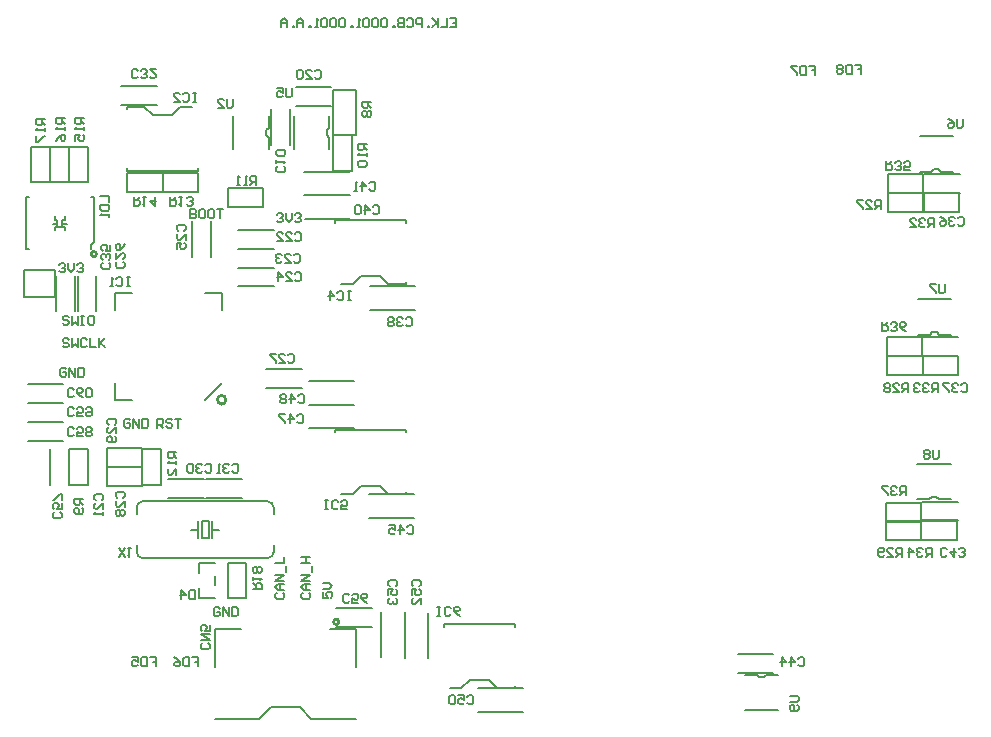
<source format=gbo>
G04*
G04 #@! TF.GenerationSoftware,Altium Limited,Altium Designer,23.3.1 (30)*
G04*
G04 Layer_Color=32896*
%FSLAX44Y44*%
%MOMM*%
G71*
G04*
G04 #@! TF.SameCoordinates,D690764C-15D9-45C2-B971-25477444B052*
G04*
G04*
G04 #@! TF.FilePolarity,Positive*
G04*
G01*
G75*
%ADD10C,0.2540*%
%ADD11C,0.1270*%
%ADD12C,0.1524*%
D10*
X720971Y1563369D02*
G03*
X720971Y1563369I-2236J0D01*
G01*
X830606Y1440000D02*
G03*
X830606Y1440000I-3606J0D01*
G01*
X926236Y1252000D02*
G03*
X926236Y1252000I-2236J0D01*
G01*
D11*
X760000Y1354000D02*
G03*
X755000Y1349000I0J-5000D01*
G01*
X871000D02*
G03*
X866000Y1354000I-5000J0D01*
G01*
Y1306000D02*
G03*
X871000Y1311000I0J5000D01*
G01*
X755000D02*
G03*
X760000Y1306000I5000J0D01*
G01*
X971500Y1536000D02*
X990500D01*
X952500D02*
X971500D01*
X952500Y1516000D02*
X971500D01*
X990500D01*
X1417963Y1663030D02*
X1427963D01*
X1429963D01*
X1435963D02*
X1445963D01*
X1429963D02*
X1435963D01*
Y1633030D02*
X1445963D01*
X1433963Y1635030D02*
X1435963Y1633030D01*
X1431963Y1635030D02*
X1433963D01*
X1417963Y1633030D02*
X1427963D01*
X1429963Y1635030D01*
X1431963D01*
X1422000Y1631000D02*
X1452000D01*
X1422000Y1615000D02*
X1452000D01*
X1420410Y1492970D02*
X1450410D01*
X1420410Y1476970D02*
X1450410D01*
X1416373Y1525000D02*
X1426373D01*
X1428373D01*
X1434373D02*
X1444373D01*
X1428373D02*
X1434373D01*
Y1495000D02*
X1444373D01*
X1432373Y1497000D02*
X1434373Y1495000D01*
X1430373Y1497000D02*
X1432373D01*
X1416373Y1495000D02*
X1426373D01*
X1428373Y1497000D01*
X1430373D01*
X1416165Y1385841D02*
X1426165D01*
X1428165D01*
X1434165D02*
X1444165D01*
X1428165D02*
X1434165D01*
Y1355841D02*
X1444165D01*
X1432165Y1357841D02*
X1434165Y1355841D01*
X1430165Y1357841D02*
X1432165D01*
X1416165Y1355841D02*
X1426165D01*
X1428165Y1357841D01*
X1430165D01*
X1420201Y1353811D02*
X1450201D01*
X1420201Y1337811D02*
X1450201D01*
X1264249Y1209030D02*
X1294249D01*
X1264249Y1225030D02*
X1294249D01*
X1288286Y1177000D02*
X1298286D01*
X1286286D02*
X1288286D01*
X1270285D02*
X1280285D01*
X1286286D01*
X1270285Y1207000D02*
X1280285D01*
X1282285Y1205000D01*
X1284285D01*
X1288286Y1207000D02*
X1298286D01*
X1286286Y1205000D02*
X1288286Y1207000D01*
X1284285Y1205000D02*
X1286286D01*
X814000Y1373000D02*
X844000D01*
X814000Y1357000D02*
X844000D01*
X730000Y1383000D02*
X760000D01*
X730000Y1367000D02*
X760000D01*
X684000Y1589000D02*
X688000D01*
X716000Y1612000D02*
X719000D01*
Y1590000D02*
Y1612000D01*
Y1574000D02*
Y1590000D01*
X716000Y1571000D02*
X719000Y1574000D01*
X716000Y1568000D02*
Y1571000D01*
X661000Y1568000D02*
X664000D01*
X661000D02*
Y1590000D01*
Y1612000D02*
X664000D01*
X661000Y1590000D02*
Y1612000D01*
X694000Y1584000D02*
Y1586000D01*
X690000D02*
X694000D01*
X686000Y1584000D02*
Y1586000D01*
X690000D01*
X692000D02*
Y1592000D01*
X694032D01*
Y1596000D01*
X688000Y1586000D02*
Y1592000D01*
X685963D02*
X688000D01*
X685963D02*
Y1596000D01*
X692000Y1589000D02*
X696000D01*
X666000Y1654000D02*
X674000D01*
X666000Y1639000D02*
Y1654000D01*
Y1624000D02*
X674000D01*
X666000D02*
Y1639000D01*
X674000Y1624000D02*
X682000D01*
Y1639000D01*
X674000Y1654000D02*
X682000D01*
Y1639000D02*
Y1654000D01*
X682000D02*
X690000D01*
X682000Y1639000D02*
Y1654000D01*
Y1624000D02*
X690000D01*
X682000D02*
Y1639000D01*
X690000Y1624000D02*
X698000D01*
Y1639000D01*
X690000Y1654000D02*
X698000D01*
Y1639000D02*
Y1654000D01*
X698000D02*
X706000D01*
X698000Y1639000D02*
Y1654000D01*
Y1624000D02*
X706000D01*
X698000D02*
Y1639000D01*
X706000Y1624000D02*
X714000D01*
Y1639000D01*
X706000Y1654000D02*
X714000D01*
Y1639000D02*
Y1654000D01*
X746710Y1685915D02*
Y1687915D01*
X768710Y1680915D02*
X784710D01*
X746710Y1633915D02*
Y1635915D01*
Y1633915D02*
X776710D01*
X806710D02*
Y1635915D01*
X776710Y1633915D02*
X806710D01*
X784710Y1680915D02*
X791710Y1687915D01*
X801710D01*
X761710D02*
X768710Y1680915D01*
X746710Y1687915D02*
X761710D01*
X921000Y1664000D02*
X929000D01*
X921000Y1649000D02*
Y1664000D01*
Y1634000D02*
X929000D01*
X921000D02*
Y1649000D01*
X929000Y1634000D02*
X937000D01*
Y1649000D01*
X929000Y1664000D02*
X937000D01*
Y1649000D02*
Y1664000D01*
X931000Y1702000D02*
X941000D01*
Y1683000D02*
Y1702000D01*
X931000Y1664000D02*
X941000D01*
Y1683000D01*
X921000Y1664000D02*
X931000D01*
X921000D02*
Y1683000D01*
Y1702000D02*
X931000D01*
X921000Y1683000D02*
Y1702000D01*
X917000Y1613000D02*
X936000D01*
X898000D02*
X917000D01*
X898000Y1593000D02*
X917000D01*
X936000D01*
X983000Y1537950D02*
Y1539950D01*
X945000Y1544950D02*
X961000D01*
X983000Y1589950D02*
Y1591950D01*
X953000D02*
X983000D01*
X923000Y1589950D02*
Y1591950D01*
X953000D01*
X938000Y1537950D02*
X945000Y1544950D01*
X928000Y1537950D02*
X938000D01*
X961000Y1544950D02*
X968000Y1537950D01*
X983000D01*
X916000Y1633000D02*
X935000D01*
X897000D02*
X916000D01*
X897000Y1613000D02*
X916000D01*
X935000D01*
X888000Y1652000D02*
Y1662000D01*
Y1664000D01*
Y1670000D02*
Y1680000D01*
Y1664000D02*
Y1670000D01*
X918000D02*
Y1680000D01*
X916000Y1668000D02*
X918000Y1670000D01*
X916000Y1666000D02*
Y1668000D01*
X918000Y1652000D02*
Y1662000D01*
X916000Y1664000D02*
X918000Y1662000D01*
X916000Y1664000D02*
Y1666000D01*
X841000Y1536000D02*
X871000D01*
X841000Y1552000D02*
X871000D01*
X841000D02*
X871000D01*
X841000Y1568000D02*
X871000D01*
X841000Y1568000D02*
X871000D01*
X841000Y1584000D02*
X871000D01*
X832000Y1603000D02*
Y1611000D01*
Y1603000D02*
X847000D01*
X862000D02*
Y1611000D01*
X847000Y1603000D02*
X862000D01*
Y1611000D02*
Y1619000D01*
X847000D02*
X862000D01*
X832000Y1611000D02*
Y1619000D01*
X847000D01*
X802000Y1561000D02*
Y1591000D01*
X818000Y1561000D02*
Y1591000D01*
X687000Y1515000D02*
Y1545000D01*
X703000Y1515000D02*
Y1545000D01*
X721000Y1515000D02*
Y1545000D01*
X705000Y1515000D02*
Y1545000D01*
X813000Y1440000D02*
X827000Y1454000D01*
Y1516000D02*
Y1530000D01*
X813000D02*
X827000D01*
X737000Y1516000D02*
Y1530000D01*
X751000D01*
X737000Y1440000D02*
X751000D01*
X737000D02*
Y1454000D01*
X865000Y1466000D02*
X895000D01*
X865000Y1450000D02*
X895000D01*
X920000Y1456000D02*
X939000D01*
X901000D02*
X920000D01*
X901000Y1436000D02*
X920000D01*
X939000D01*
X920000D02*
X939000D01*
X901000D02*
X920000D01*
X901000Y1416000D02*
X920000D01*
X939000D01*
X983000Y1360350D02*
Y1362350D01*
X945000Y1367350D02*
X961000D01*
X983000Y1412350D02*
Y1414350D01*
X953000D02*
X983000D01*
X923000Y1412350D02*
Y1414350D01*
X953000D01*
X938000Y1360350D02*
X945000Y1367350D01*
X928000Y1360350D02*
X938000D01*
X961000Y1367350D02*
X968000Y1360350D01*
X983000D01*
X971000Y1360000D02*
X990000D01*
X952000D02*
X971000D01*
X952000Y1340000D02*
X971000D01*
X990000D01*
X1063000Y1196000D02*
X1082000D01*
X1044000D02*
X1063000D01*
X1044000Y1176000D02*
X1063000D01*
X1082000D01*
X1075000Y1196000D02*
Y1198000D01*
X1037000Y1203000D02*
X1053000D01*
X1075000Y1248000D02*
Y1250000D01*
X1045000D02*
X1075000D01*
X1015000Y1248000D02*
Y1250000D01*
X1045000D01*
X1030000Y1196000D02*
X1037000Y1203000D01*
X1020000Y1196000D02*
X1030000D01*
X1053000Y1203000D02*
X1060000Y1196000D01*
X1075000D01*
X982000Y1240500D02*
Y1259500D01*
Y1221500D02*
Y1240500D01*
X1002000Y1221500D02*
Y1240500D01*
Y1259500D01*
X962000Y1241000D02*
Y1260000D01*
Y1222000D02*
Y1241000D01*
X982000Y1222000D02*
Y1241000D01*
Y1260000D01*
X869000Y1180000D02*
X881500D01*
X821000Y1170000D02*
X859000D01*
X869000Y1180000D01*
X880500D02*
X893000D01*
X903000Y1170000D02*
X941000D01*
X893000Y1180000D02*
X903000Y1170000D01*
X919000Y1246000D02*
X932000D01*
X941000D01*
Y1242000D02*
Y1246000D01*
Y1214000D02*
Y1242000D01*
X830000Y1246000D02*
X843000D01*
X821000D02*
X830000D01*
X821000Y1242000D02*
Y1246000D01*
Y1214000D02*
Y1242000D01*
X821000Y1283000D02*
Y1287000D01*
Y1291000D01*
X808000Y1272000D02*
X821000D01*
X808000D02*
Y1281000D01*
Y1302000D02*
X821000D01*
X808000Y1293000D02*
Y1302000D01*
X810000Y1323000D02*
Y1337000D01*
X816000Y1323000D02*
Y1337000D01*
X813000D02*
X816000D01*
X810000D02*
X813000D01*
X810000Y1323000D02*
X813000D01*
X816000D01*
X760000Y1354000D02*
X798000D01*
X755000Y1343000D02*
Y1349000D01*
X798000Y1354000D02*
X813000D01*
X828000D02*
X866000D01*
X871000Y1343000D02*
Y1349000D01*
X813000Y1354000D02*
X828000D01*
Y1306000D02*
X866000D01*
X871000Y1311000D02*
Y1317000D01*
X813000Y1306000D02*
X828000D01*
X760000D02*
X798000D01*
X755000Y1311000D02*
Y1317000D01*
X798000Y1306000D02*
X813000D01*
X801000Y1330000D02*
X807000D01*
Y1323000D02*
Y1330000D01*
Y1337000D01*
X819000Y1330000D02*
X825000D01*
X819000Y1323000D02*
Y1330000D01*
Y1337000D01*
X730000Y1368000D02*
Y1398000D01*
X714000Y1368000D02*
Y1398000D01*
X698000D02*
X706000D01*
X698000Y1383000D02*
Y1398000D01*
Y1368000D02*
X706000D01*
X698000D02*
Y1383000D01*
X706000Y1368000D02*
X714000D01*
Y1383000D01*
X706000Y1398000D02*
X714000D01*
Y1383000D02*
Y1398000D01*
X832000Y1302000D02*
X840000D01*
X832000Y1287000D02*
Y1302000D01*
Y1272000D02*
X840000D01*
X832000D02*
Y1287000D01*
X840000Y1272000D02*
X848000D01*
Y1287000D01*
X840000Y1302000D02*
X848000D01*
Y1287000D02*
Y1302000D01*
X782000Y1357000D02*
X812000D01*
X782000Y1373000D02*
X812000D01*
X730000Y1399000D02*
X760000D01*
X730000Y1383000D02*
X760000D01*
Y1398000D02*
X768000D01*
X760000Y1383000D02*
Y1398000D01*
Y1368000D02*
X768000D01*
X760000D02*
Y1383000D01*
X768000Y1368000D02*
X776000D01*
Y1383000D01*
X768000Y1398000D02*
X776000D01*
Y1383000D02*
Y1398000D01*
X682000Y1368000D02*
Y1398000D01*
X698000Y1368000D02*
Y1398000D01*
X663000Y1437000D02*
X693000D01*
X663000Y1421000D02*
X693000D01*
X663000Y1421000D02*
X693000D01*
X663000Y1405000D02*
X693000D01*
X663000Y1453000D02*
X693000D01*
X663000Y1437000D02*
X693000D01*
X673000Y1549650D02*
X686000D01*
Y1526650D02*
Y1549650D01*
X673000Y1526650D02*
X686000D01*
X660000Y1549650D02*
X673000D01*
X660000Y1526650D02*
Y1549650D01*
Y1526650D02*
X673000D01*
X742000Y1690000D02*
X772000D01*
X742000Y1706000D02*
X772000D01*
X807000Y1624000D02*
Y1632000D01*
X792000D02*
X807000D01*
X777000Y1624000D02*
Y1632000D01*
X792000D01*
X777000Y1616000D02*
Y1624000D01*
Y1616000D02*
X792000D01*
X807000D02*
Y1624000D01*
X792000Y1616000D02*
X807000D01*
X747000D02*
Y1624000D01*
Y1616000D02*
X762000D01*
X777000D02*
Y1624000D01*
X762000Y1616000D02*
X777000D01*
Y1624000D02*
Y1632000D01*
X762000D02*
X777000D01*
X747000Y1624000D02*
Y1632000D01*
X762000D01*
X837000Y1652000D02*
Y1662000D01*
Y1664000D01*
Y1670000D02*
Y1680000D01*
Y1664000D02*
Y1670000D01*
X867000D02*
Y1680000D01*
X865000Y1668000D02*
X867000Y1670000D01*
X865000Y1666000D02*
Y1668000D01*
X867000Y1652000D02*
Y1662000D01*
X865000Y1664000D02*
X867000Y1662000D01*
X865000Y1664000D02*
Y1666000D01*
X1419271Y1344891D02*
Y1352891D01*
X1404271D02*
X1419271D01*
X1389271Y1344891D02*
Y1352891D01*
X1404271D01*
X1389271Y1336891D02*
Y1344891D01*
Y1336891D02*
X1404271D01*
X1419271D02*
Y1344891D01*
X1404271Y1336891D02*
X1419271D01*
X1420239Y1484817D02*
Y1492817D01*
X1405239D02*
X1420239D01*
X1390239Y1484817D02*
Y1492817D01*
X1405239D01*
X1390239Y1476817D02*
Y1484817D01*
Y1476817D02*
X1405239D01*
X1420239D02*
Y1484817D01*
X1405239Y1476817D02*
X1420239D01*
X1421000Y1623000D02*
Y1631000D01*
X1406000D02*
X1421000D01*
X1391000Y1623000D02*
Y1631000D01*
X1406000D01*
X1391000Y1615000D02*
Y1623000D01*
Y1615000D02*
X1406000D01*
X1421000D02*
Y1623000D01*
X1406000Y1615000D02*
X1421000D01*
X1449290Y1329026D02*
Y1337026D01*
X1434290D02*
X1449290D01*
X1419290Y1329026D02*
Y1337026D01*
X1434290D01*
X1419290Y1321026D02*
Y1329026D01*
Y1321026D02*
X1434290D01*
X1449290D02*
Y1329026D01*
X1434290Y1321026D02*
X1449290D01*
X1450530Y1468690D02*
Y1476690D01*
X1435530D02*
X1450530D01*
X1420530Y1468690D02*
Y1476690D01*
X1435530D01*
X1420530Y1460690D02*
Y1468690D01*
Y1460690D02*
X1435530D01*
X1450530D02*
Y1468690D01*
X1435530Y1460690D02*
X1450530D01*
X1451366Y1607091D02*
Y1615091D01*
X1436366D02*
X1451366D01*
X1421366Y1607091D02*
Y1615091D01*
X1436366D01*
X1421366Y1599091D02*
Y1607091D01*
Y1599091D02*
X1436366D01*
X1451366D02*
Y1607091D01*
X1436366Y1599091D02*
X1451366D01*
X1389500Y1321000D02*
Y1329000D01*
Y1321000D02*
X1404500D01*
X1419500D02*
Y1329000D01*
X1404500Y1321000D02*
X1419500D01*
Y1329000D02*
Y1337000D01*
X1404500D02*
X1419500D01*
X1389500Y1329000D02*
Y1337000D01*
X1404500D01*
X1390500Y1460690D02*
Y1468690D01*
Y1460690D02*
X1405500D01*
X1420500D02*
Y1468690D01*
X1405500Y1460690D02*
X1420500D01*
Y1468690D02*
Y1476690D01*
X1405500D02*
X1420500D01*
X1390500Y1468690D02*
Y1476690D01*
X1405500D01*
X1391000Y1599000D02*
Y1607000D01*
Y1599000D02*
X1406000D01*
X1421000D02*
Y1607000D01*
X1406000Y1599000D02*
X1421000D01*
Y1607000D02*
Y1615000D01*
X1406000D02*
X1421000D01*
X1391000Y1607000D02*
Y1615000D01*
X1406000D01*
X924000Y1264000D02*
X954000D01*
X924000Y1248000D02*
X954000D01*
X890000Y1705000D02*
X920000D01*
X890000Y1689000D02*
X920000D01*
X869000Y1656000D02*
Y1686000D01*
X885000Y1656000D02*
Y1686000D01*
X983078Y1508539D02*
X984348Y1509809D01*
X986887D01*
X988157Y1508539D01*
Y1503461D01*
X986887Y1502191D01*
X984348D01*
X983078Y1503461D01*
X980539Y1508539D02*
X979270Y1509809D01*
X976730D01*
X975461Y1508539D01*
Y1507270D01*
X976730Y1506000D01*
X978000D01*
X976730D01*
X975461Y1504730D01*
Y1503461D01*
X976730Y1502191D01*
X979270D01*
X980539Y1503461D01*
X972922Y1508539D02*
X971652Y1509809D01*
X969113D01*
X967843Y1508539D01*
Y1507270D01*
X969113Y1506000D01*
X967843Y1504730D01*
Y1503461D01*
X969113Y1502191D01*
X971652D01*
X972922Y1503461D01*
Y1504730D01*
X971652Y1506000D01*
X972922Y1507270D01*
Y1508539D01*
X971652Y1506000D02*
X969113D01*
X802078Y1221809D02*
X807157D01*
Y1218000D01*
X804617D01*
X807157D01*
Y1214191D01*
X799539Y1221809D02*
Y1214191D01*
X795730D01*
X794461Y1215461D01*
Y1220539D01*
X795730Y1221809D01*
X799539D01*
X786843D02*
X789382Y1220539D01*
X791922Y1218000D01*
Y1215461D01*
X790652Y1214191D01*
X788113D01*
X786843Y1215461D01*
Y1216730D01*
X788113Y1218000D01*
X791922D01*
X766078Y1221809D02*
X771157D01*
Y1218000D01*
X768617D01*
X771157D01*
Y1214191D01*
X763539Y1221809D02*
Y1214191D01*
X759730D01*
X758461Y1215461D01*
Y1220539D01*
X759730Y1221809D01*
X763539D01*
X750843D02*
X755922D01*
Y1218000D01*
X753382Y1219270D01*
X752113D01*
X750843Y1218000D01*
Y1215461D01*
X752113Y1214191D01*
X754652D01*
X755922Y1215461D01*
X1363078Y1723809D02*
X1368157D01*
Y1720000D01*
X1365618D01*
X1368157D01*
Y1716191D01*
X1360539Y1723809D02*
Y1716191D01*
X1356730D01*
X1355461Y1717461D01*
Y1722539D01*
X1356730Y1723809D01*
X1360539D01*
X1352922Y1722539D02*
X1351652Y1723809D01*
X1349113D01*
X1347843Y1722539D01*
Y1721270D01*
X1349113Y1720000D01*
X1347843Y1718730D01*
Y1717461D01*
X1349113Y1716191D01*
X1351652D01*
X1352922Y1717461D01*
Y1718730D01*
X1351652Y1720000D01*
X1352922Y1721270D01*
Y1722539D01*
X1351652Y1720000D02*
X1349113D01*
X1324078Y1722809D02*
X1329157D01*
Y1719000D01*
X1326617D01*
X1329157D01*
Y1715191D01*
X1321539Y1722809D02*
Y1715191D01*
X1317730D01*
X1316461Y1716461D01*
Y1721539D01*
X1317730Y1722809D01*
X1321539D01*
X1313922D02*
X1308843D01*
Y1721539D01*
X1313922Y1716461D01*
Y1715191D01*
X1454348Y1677809D02*
Y1671461D01*
X1453078Y1670191D01*
X1450539D01*
X1449270Y1671461D01*
Y1677809D01*
X1441652D02*
X1444191Y1676539D01*
X1446730Y1674000D01*
Y1671461D01*
X1445461Y1670191D01*
X1442922D01*
X1441652Y1671461D01*
Y1672730D01*
X1442922Y1674000D01*
X1446730D01*
X1450078Y1593539D02*
X1451348Y1594809D01*
X1453887D01*
X1455157Y1593539D01*
Y1588461D01*
X1453887Y1587191D01*
X1451348D01*
X1450078Y1588461D01*
X1447539Y1593539D02*
X1446270Y1594809D01*
X1443730D01*
X1442461Y1593539D01*
Y1592270D01*
X1443730Y1591000D01*
X1445000D01*
X1443730D01*
X1442461Y1589730D01*
Y1588461D01*
X1443730Y1587191D01*
X1446270D01*
X1447539Y1588461D01*
X1434843Y1594809D02*
X1437382Y1593539D01*
X1439922Y1591000D01*
Y1588461D01*
X1438652Y1587191D01*
X1436113D01*
X1434843Y1588461D01*
Y1589730D01*
X1436113Y1591000D01*
X1439922D01*
X1453078Y1452539D02*
X1454348Y1453809D01*
X1456887D01*
X1458157Y1452539D01*
Y1447461D01*
X1456887Y1446191D01*
X1454348D01*
X1453078Y1447461D01*
X1450539Y1452539D02*
X1449270Y1453809D01*
X1446730D01*
X1445461Y1452539D01*
Y1451270D01*
X1446730Y1450000D01*
X1448000D01*
X1446730D01*
X1445461Y1448730D01*
Y1447461D01*
X1446730Y1446191D01*
X1449270D01*
X1450539Y1447461D01*
X1442922Y1453809D02*
X1437843D01*
Y1452539D01*
X1442922Y1447461D01*
Y1446191D01*
X1439348Y1537809D02*
Y1531461D01*
X1438078Y1530191D01*
X1435539D01*
X1434270Y1531461D01*
Y1537809D01*
X1431730D02*
X1426652D01*
Y1536539D01*
X1431730Y1531461D01*
Y1530191D01*
X1434348Y1397809D02*
Y1391461D01*
X1433078Y1390191D01*
X1430539D01*
X1429270Y1391461D01*
Y1397809D01*
X1426730Y1396539D02*
X1425461Y1397809D01*
X1422922D01*
X1421652Y1396539D01*
Y1395270D01*
X1422922Y1394000D01*
X1421652Y1392730D01*
Y1391461D01*
X1422922Y1390191D01*
X1425461D01*
X1426730Y1391461D01*
Y1392730D01*
X1425461Y1394000D01*
X1426730Y1395270D01*
Y1396539D01*
X1425461Y1394000D02*
X1422922D01*
X1440922Y1308461D02*
X1439652Y1307191D01*
X1437113D01*
X1435843Y1308461D01*
Y1313539D01*
X1437113Y1314809D01*
X1439652D01*
X1440922Y1313539D01*
X1447270Y1314809D02*
Y1307191D01*
X1443461Y1311000D01*
X1448539D01*
X1451078Y1308461D02*
X1452348Y1307191D01*
X1454887D01*
X1456157Y1308461D01*
Y1309730D01*
X1454887Y1311000D01*
X1453618D01*
X1454887D01*
X1456157Y1312270D01*
Y1313539D01*
X1454887Y1314809D01*
X1452348D01*
X1451078Y1313539D01*
X1315078Y1220539D02*
X1316348Y1221809D01*
X1318887D01*
X1320157Y1220539D01*
Y1215461D01*
X1318887Y1214191D01*
X1316348D01*
X1315078Y1215461D01*
X1308730Y1214191D02*
Y1221809D01*
X1312539Y1218000D01*
X1307461D01*
X1301113Y1214191D02*
Y1221809D01*
X1304922Y1218000D01*
X1299843D01*
X1308191Y1189348D02*
X1314539D01*
X1315809Y1188078D01*
Y1185539D01*
X1314539Y1184270D01*
X1308191D01*
X1314539Y1181730D02*
X1315809Y1180461D01*
Y1177922D01*
X1314539Y1176652D01*
X1309461D01*
X1308191Y1177922D01*
Y1180461D01*
X1309461Y1181730D01*
X1310730D01*
X1312000Y1180461D01*
Y1176652D01*
X835809Y1384539D02*
X837078Y1385809D01*
X839617D01*
X840887Y1384539D01*
Y1379461D01*
X839617Y1378191D01*
X837078D01*
X835809Y1379461D01*
X833270Y1384539D02*
X832000Y1385809D01*
X829461D01*
X828191Y1384539D01*
Y1383270D01*
X829461Y1382000D01*
X830730D01*
X829461D01*
X828191Y1380730D01*
Y1379461D01*
X829461Y1378191D01*
X832000D01*
X833270Y1379461D01*
X825652Y1378191D02*
X823113D01*
X824382D01*
Y1385809D01*
X825652Y1384539D01*
X738461Y1357078D02*
X737191Y1358348D01*
Y1360887D01*
X738461Y1362157D01*
X743539D01*
X744809Y1360887D01*
Y1358348D01*
X743539Y1357078D01*
X744809Y1349461D02*
Y1354539D01*
X739730Y1349461D01*
X738461D01*
X737191Y1350730D01*
Y1353270D01*
X738461Y1354539D01*
Y1346922D02*
X737191Y1345652D01*
Y1343113D01*
X738461Y1341843D01*
X739730D01*
X741000Y1343113D01*
X742270Y1341843D01*
X743539D01*
X744809Y1343113D01*
Y1345652D01*
X743539Y1346922D01*
X742270D01*
X741000Y1345652D01*
X739730Y1346922D01*
X738461D01*
X741000Y1345652D02*
Y1343113D01*
X724191Y1612887D02*
X731809D01*
Y1607809D01*
X724191Y1605270D02*
X731809D01*
Y1601461D01*
X730539Y1600191D01*
X725461D01*
X724191Y1601461D01*
Y1605270D01*
X731809Y1597652D02*
Y1595113D01*
Y1596382D01*
X724191D01*
X725461Y1597652D01*
X677809Y1677522D02*
X670191D01*
Y1673713D01*
X671461Y1672444D01*
X674000D01*
X675270Y1673713D01*
Y1677522D01*
Y1674983D02*
X677809Y1672444D01*
Y1669904D02*
Y1667365D01*
Y1668635D01*
X670191D01*
X671461Y1669904D01*
X670191Y1663556D02*
Y1658478D01*
X671461D01*
X676539Y1663556D01*
X677809D01*
X694809Y1678522D02*
X687191D01*
Y1674713D01*
X688461Y1673443D01*
X691000D01*
X692270Y1674713D01*
Y1678522D01*
Y1675983D02*
X694809Y1673443D01*
Y1670904D02*
Y1668365D01*
Y1669635D01*
X687191D01*
X688461Y1670904D01*
X687191Y1659478D02*
X688461Y1662017D01*
X691000Y1664556D01*
X693539D01*
X694809Y1663287D01*
Y1660748D01*
X693539Y1659478D01*
X692270D01*
X691000Y1660748D01*
Y1664556D01*
X710809Y1678522D02*
X703191D01*
Y1674713D01*
X704461Y1673443D01*
X707000D01*
X708270Y1674713D01*
Y1678522D01*
Y1675983D02*
X710809Y1673443D01*
Y1670904D02*
Y1668365D01*
Y1669635D01*
X703191D01*
X704461Y1670904D01*
X703191Y1659478D02*
Y1664556D01*
X707000D01*
X705730Y1662017D01*
Y1660748D01*
X707000Y1659478D01*
X709539D01*
X710809Y1660748D01*
Y1663287D01*
X709539Y1664556D01*
X805522Y1699809D02*
X802983D01*
X804252D01*
Y1692191D01*
X805522D01*
X802983D01*
X794096Y1698539D02*
X795365Y1699809D01*
X797904D01*
X799174Y1698539D01*
Y1693461D01*
X797904Y1692191D01*
X795365D01*
X794096Y1693461D01*
X786478Y1692191D02*
X791556D01*
X786478Y1697270D01*
Y1698539D01*
X787748Y1699809D01*
X790287D01*
X791556Y1698539D01*
X949809Y1656522D02*
X942191D01*
Y1652713D01*
X943461Y1651444D01*
X946000D01*
X947270Y1652713D01*
Y1656522D01*
Y1653983D02*
X949809Y1651444D01*
Y1648904D02*
Y1646365D01*
Y1647635D01*
X942191D01*
X943461Y1648904D01*
Y1642556D02*
X942191Y1641287D01*
Y1638748D01*
X943461Y1637478D01*
X948539D01*
X949809Y1638748D01*
Y1641287D01*
X948539Y1642556D01*
X943461D01*
X953809Y1692348D02*
X946191D01*
Y1688539D01*
X947461Y1687270D01*
X950000D01*
X951270Y1688539D01*
Y1692348D01*
Y1689809D02*
X953809Y1687270D01*
X947461Y1684730D02*
X946191Y1683461D01*
Y1680922D01*
X947461Y1679652D01*
X948730D01*
X950000Y1680922D01*
X951270Y1679652D01*
X952539D01*
X953809Y1680922D01*
Y1683461D01*
X952539Y1684730D01*
X951270D01*
X950000Y1683461D01*
X948730Y1684730D01*
X947461D01*
X950000Y1683461D02*
Y1680922D01*
X955078Y1603539D02*
X956348Y1604809D01*
X958887D01*
X960157Y1603539D01*
Y1598461D01*
X958887Y1597191D01*
X956348D01*
X955078Y1598461D01*
X948730Y1597191D02*
Y1604809D01*
X952539Y1601000D01*
X947461D01*
X944922Y1603539D02*
X943652Y1604809D01*
X941113D01*
X939843Y1603539D01*
Y1598461D01*
X941113Y1597191D01*
X943652D01*
X944922Y1598461D01*
Y1603539D01*
X936522Y1531809D02*
X933983D01*
X935252D01*
Y1524191D01*
X936522D01*
X933983D01*
X925096Y1530539D02*
X926365Y1531809D01*
X928904D01*
X930174Y1530539D01*
Y1525461D01*
X928904Y1524191D01*
X926365D01*
X925096Y1525461D01*
X918748Y1524191D02*
Y1531809D01*
X922556Y1528000D01*
X917478D01*
X951809Y1623539D02*
X953078Y1624809D01*
X955618D01*
X956887Y1623539D01*
Y1618461D01*
X955618Y1617191D01*
X953078D01*
X951809Y1618461D01*
X945461Y1617191D02*
Y1624809D01*
X949270Y1621000D01*
X944191D01*
X941652Y1617191D02*
X939113D01*
X940383D01*
Y1624809D01*
X941652Y1623539D01*
X886348Y1703809D02*
Y1697461D01*
X885078Y1696191D01*
X882539D01*
X881270Y1697461D01*
Y1703809D01*
X873652D02*
X878730D01*
Y1700000D01*
X876191Y1701270D01*
X874922D01*
X873652Y1700000D01*
Y1697461D01*
X874922Y1696191D01*
X877461D01*
X878730Y1697461D01*
X889078Y1546539D02*
X890348Y1547809D01*
X892887D01*
X894157Y1546539D01*
Y1541461D01*
X892887Y1540191D01*
X890348D01*
X889078Y1541461D01*
X881461Y1540191D02*
X886539D01*
X881461Y1545270D01*
Y1546539D01*
X882730Y1547809D01*
X885270D01*
X886539Y1546539D01*
X875113Y1540191D02*
Y1547809D01*
X878922Y1544000D01*
X873843D01*
X888078Y1562539D02*
X889348Y1563809D01*
X891887D01*
X893157Y1562539D01*
Y1557461D01*
X891887Y1556191D01*
X889348D01*
X888078Y1557461D01*
X880461Y1556191D02*
X885539D01*
X880461Y1561270D01*
Y1562539D01*
X881730Y1563809D01*
X884270D01*
X885539Y1562539D01*
X877922D02*
X876652Y1563809D01*
X874113D01*
X872843Y1562539D01*
Y1561270D01*
X874113Y1560000D01*
X875383D01*
X874113D01*
X872843Y1558730D01*
Y1557461D01*
X874113Y1556191D01*
X876652D01*
X877922Y1557461D01*
X889078Y1580539D02*
X890348Y1581809D01*
X892887D01*
X894157Y1580539D01*
Y1575461D01*
X892887Y1574191D01*
X890348D01*
X889078Y1575461D01*
X881461Y1574191D02*
X886539D01*
X881461Y1579270D01*
Y1580539D01*
X882730Y1581809D01*
X885270D01*
X886539Y1580539D01*
X873843Y1574191D02*
X878922D01*
X873843Y1579270D01*
Y1580539D01*
X875113Y1581809D01*
X877652D01*
X878922Y1580539D01*
X856252Y1622191D02*
Y1629809D01*
X852444D01*
X851174Y1628539D01*
Y1626000D01*
X852444Y1624730D01*
X856252D01*
X853713D02*
X851174Y1622191D01*
X848635D02*
X846096D01*
X847365D01*
Y1629809D01*
X848635Y1628539D01*
X842287Y1622191D02*
X839748D01*
X841017D01*
Y1629809D01*
X842287Y1628539D01*
X790461Y1583078D02*
X789191Y1584348D01*
Y1586887D01*
X790461Y1588157D01*
X795539D01*
X796809Y1586887D01*
Y1584348D01*
X795539Y1583078D01*
X796809Y1575461D02*
Y1580539D01*
X791730Y1575461D01*
X790461D01*
X789191Y1576730D01*
Y1579270D01*
X790461Y1580539D01*
X789191Y1567843D02*
Y1572922D01*
X793000D01*
X791730Y1570382D01*
Y1569113D01*
X793000Y1567843D01*
X795539D01*
X796809Y1569113D01*
Y1571652D01*
X795539Y1572922D01*
X731539Y1555922D02*
X732809Y1554652D01*
Y1552113D01*
X731539Y1550843D01*
X726461D01*
X725191Y1552113D01*
Y1554652D01*
X726461Y1555922D01*
X731539Y1558461D02*
X732809Y1559730D01*
Y1562270D01*
X731539Y1563539D01*
X730270D01*
X729000Y1562270D01*
Y1561000D01*
Y1562270D01*
X727730Y1563539D01*
X726461D01*
X725191Y1562270D01*
Y1559730D01*
X726461Y1558461D01*
X732809Y1571157D02*
Y1566078D01*
X729000D01*
X730270Y1568618D01*
Y1569887D01*
X729000Y1571157D01*
X726461D01*
X725191Y1569887D01*
Y1567348D01*
X726461Y1566078D01*
X743539Y1556922D02*
X744809Y1555652D01*
Y1553113D01*
X743539Y1551843D01*
X738461D01*
X737191Y1553113D01*
Y1555652D01*
X738461Y1556922D01*
X737191Y1564539D02*
Y1559461D01*
X742270Y1564539D01*
X743539D01*
X744809Y1563270D01*
Y1560730D01*
X743539Y1559461D01*
X744809Y1572157D02*
X743539Y1569618D01*
X741000Y1567078D01*
X738461D01*
X737191Y1568348D01*
Y1570887D01*
X738461Y1572157D01*
X739730D01*
X741000Y1570887D01*
Y1567078D01*
X749252Y1543809D02*
X746713D01*
X747983D01*
Y1536191D01*
X749252D01*
X746713D01*
X737826Y1542539D02*
X739096Y1543809D01*
X741635D01*
X742904Y1542539D01*
Y1537461D01*
X741635Y1536191D01*
X739096D01*
X737826Y1537461D01*
X735287Y1536191D02*
X732748D01*
X734017D01*
Y1543809D01*
X735287Y1542539D01*
X883078Y1477539D02*
X884348Y1478809D01*
X886887D01*
X888157Y1477539D01*
Y1472461D01*
X886887Y1471191D01*
X884348D01*
X883078Y1472461D01*
X875461Y1471191D02*
X880539D01*
X875461Y1476270D01*
Y1477539D01*
X876730Y1478809D01*
X879270D01*
X880539Y1477539D01*
X872922Y1478809D02*
X867843D01*
Y1477539D01*
X872922Y1472461D01*
Y1471191D01*
X892078Y1443539D02*
X893348Y1444809D01*
X895887D01*
X897157Y1443539D01*
Y1438461D01*
X895887Y1437191D01*
X893348D01*
X892078Y1438461D01*
X885730Y1437191D02*
Y1444809D01*
X889539Y1441000D01*
X884461D01*
X881922Y1443539D02*
X880652Y1444809D01*
X878113D01*
X876843Y1443539D01*
Y1442270D01*
X878113Y1441000D01*
X876843Y1439730D01*
Y1438461D01*
X878113Y1437191D01*
X880652D01*
X881922Y1438461D01*
Y1439730D01*
X880652Y1441000D01*
X881922Y1442270D01*
Y1443539D01*
X880652Y1441000D02*
X878113D01*
X891078Y1426539D02*
X892348Y1427809D01*
X894887D01*
X896157Y1426539D01*
Y1421461D01*
X894887Y1420191D01*
X892348D01*
X891078Y1421461D01*
X884730Y1420191D02*
Y1427809D01*
X888539Y1424000D01*
X883461D01*
X880922Y1427809D02*
X875843D01*
Y1426539D01*
X880922Y1421461D01*
Y1420191D01*
X914478Y1347191D02*
X917017D01*
X915748D01*
Y1354809D01*
X914478D01*
X917017D01*
X925904Y1348461D02*
X924635Y1347191D01*
X922096D01*
X920826Y1348461D01*
Y1353539D01*
X922096Y1354809D01*
X924635D01*
X925904Y1353539D01*
X933522Y1347191D02*
X928444D01*
Y1351000D01*
X930983Y1349730D01*
X932252D01*
X933522Y1351000D01*
Y1353539D01*
X932252Y1354809D01*
X929713D01*
X928444Y1353539D01*
X984078Y1332539D02*
X985348Y1333809D01*
X987887D01*
X989157Y1332539D01*
Y1327461D01*
X987887Y1326191D01*
X985348D01*
X984078Y1327461D01*
X977730Y1326191D02*
Y1333809D01*
X981539Y1330000D01*
X976461D01*
X968843Y1333809D02*
X973922D01*
Y1330000D01*
X971382Y1331270D01*
X970113D01*
X968843Y1330000D01*
Y1327461D01*
X970113Y1326191D01*
X972652D01*
X973922Y1327461D01*
X1035078Y1188539D02*
X1036348Y1189809D01*
X1038887D01*
X1040157Y1188539D01*
Y1183461D01*
X1038887Y1182191D01*
X1036348D01*
X1035078Y1183461D01*
X1027461Y1189809D02*
X1032539D01*
Y1186000D01*
X1030000Y1187270D01*
X1028730D01*
X1027461Y1186000D01*
Y1183461D01*
X1028730Y1182191D01*
X1031270D01*
X1032539Y1183461D01*
X1024922Y1188539D02*
X1023652Y1189809D01*
X1021113D01*
X1019843Y1188539D01*
Y1183461D01*
X1021113Y1182191D01*
X1023652D01*
X1024922Y1183461D01*
Y1188539D01*
X1009478Y1257191D02*
X1012017D01*
X1010748D01*
Y1264809D01*
X1009478D01*
X1012017D01*
X1020904Y1258461D02*
X1019635Y1257191D01*
X1017096D01*
X1015826Y1258461D01*
Y1263539D01*
X1017096Y1264809D01*
X1019635D01*
X1020904Y1263539D01*
X1028522Y1257191D02*
X1025983Y1258461D01*
X1023444Y1261000D01*
Y1263539D01*
X1024713Y1264809D01*
X1027252D01*
X1028522Y1263539D01*
Y1262270D01*
X1027252Y1261000D01*
X1023444D01*
X989461Y1282078D02*
X988191Y1283348D01*
Y1285887D01*
X989461Y1287157D01*
X994539D01*
X995809Y1285887D01*
Y1283348D01*
X994539Y1282078D01*
X988191Y1274461D02*
Y1279539D01*
X992000D01*
X990730Y1277000D01*
Y1275730D01*
X992000Y1274461D01*
X994539D01*
X995809Y1275730D01*
Y1278270D01*
X994539Y1279539D01*
X995809Y1266843D02*
Y1271922D01*
X990730Y1266843D01*
X989461D01*
X988191Y1268113D01*
Y1270652D01*
X989461Y1271922D01*
X969461Y1282078D02*
X968191Y1283348D01*
Y1285887D01*
X969461Y1287157D01*
X974539D01*
X975809Y1285887D01*
Y1283348D01*
X974539Y1282078D01*
X968191Y1274461D02*
Y1279539D01*
X972000D01*
X970730Y1277000D01*
Y1275730D01*
X972000Y1274461D01*
X974539D01*
X975809Y1275730D01*
Y1278270D01*
X974539Y1279539D01*
X969461Y1271922D02*
X968191Y1270652D01*
Y1268113D01*
X969461Y1266843D01*
X970730D01*
X972000Y1268113D01*
Y1269382D01*
Y1268113D01*
X973270Y1266843D01*
X974539D01*
X975809Y1268113D01*
Y1270652D01*
X974539Y1271922D01*
X815539Y1233922D02*
X816809Y1232652D01*
Y1230113D01*
X815539Y1228843D01*
X810461D01*
X809191Y1230113D01*
Y1232652D01*
X810461Y1233922D01*
X809191Y1236461D02*
X816809D01*
X809191Y1241539D01*
X816809D01*
Y1249157D02*
Y1244078D01*
X813000D01*
X814270Y1246618D01*
Y1247887D01*
X813000Y1249157D01*
X810461D01*
X809191Y1247887D01*
Y1245348D01*
X810461Y1244078D01*
X804348Y1278809D02*
Y1271191D01*
X800539D01*
X799270Y1272461D01*
Y1277539D01*
X800539Y1278809D01*
X804348D01*
X792922Y1271191D02*
Y1278809D01*
X796730Y1275000D01*
X791652D01*
X739922Y1307191D02*
X745000Y1314809D01*
Y1307191D02*
X739922Y1314809D01*
X747539D02*
X750078D01*
X748809D01*
Y1307191D01*
X747539Y1308461D01*
X720461Y1354809D02*
X719191Y1356078D01*
Y1358618D01*
X720461Y1359887D01*
X725539D01*
X726809Y1358618D01*
Y1356078D01*
X725539Y1354809D01*
X726809Y1347191D02*
Y1352270D01*
X721730Y1347191D01*
X720461D01*
X719191Y1348461D01*
Y1351000D01*
X720461Y1352270D01*
X726809Y1344652D02*
Y1342113D01*
Y1343383D01*
X719191D01*
X720461Y1344652D01*
X709809Y1356348D02*
X702191D01*
Y1352539D01*
X703461Y1351270D01*
X706000D01*
X707270Y1352539D01*
Y1356348D01*
Y1353809D02*
X709809Y1351270D01*
X708539Y1348730D02*
X709809Y1347461D01*
Y1344922D01*
X708539Y1343652D01*
X703461D01*
X702191Y1344922D01*
Y1347461D01*
X703461Y1348730D01*
X704730D01*
X706000Y1347461D01*
Y1343652D01*
X853191Y1279478D02*
X860809D01*
Y1283287D01*
X859539Y1284556D01*
X857000D01*
X855730Y1283287D01*
Y1279478D01*
Y1282017D02*
X853191Y1284556D01*
Y1287096D02*
Y1289635D01*
Y1288365D01*
X860809D01*
X859539Y1287096D01*
Y1293444D02*
X860809Y1294713D01*
Y1297252D01*
X859539Y1298522D01*
X858270D01*
X857000Y1297252D01*
X855730Y1298522D01*
X854461D01*
X853191Y1297252D01*
Y1294713D01*
X854461Y1293444D01*
X855730D01*
X857000Y1294713D01*
X858270Y1293444D01*
X859539D01*
X857000Y1294713D02*
Y1297252D01*
X813078Y1384539D02*
X814348Y1385809D01*
X816887D01*
X818157Y1384539D01*
Y1379461D01*
X816887Y1378191D01*
X814348D01*
X813078Y1379461D01*
X810539Y1384539D02*
X809270Y1385809D01*
X806730D01*
X805461Y1384539D01*
Y1383270D01*
X806730Y1382000D01*
X808000D01*
X806730D01*
X805461Y1380730D01*
Y1379461D01*
X806730Y1378191D01*
X809270D01*
X810539Y1379461D01*
X802922Y1384539D02*
X801652Y1385809D01*
X799113D01*
X797843Y1384539D01*
Y1379461D01*
X799113Y1378191D01*
X801652D01*
X802922Y1379461D01*
Y1384539D01*
X731461Y1419078D02*
X730191Y1420348D01*
Y1422887D01*
X731461Y1424157D01*
X736539D01*
X737809Y1422887D01*
Y1420348D01*
X736539Y1419078D01*
X737809Y1411461D02*
Y1416539D01*
X732730Y1411461D01*
X731461D01*
X730191Y1412730D01*
Y1415270D01*
X731461Y1416539D01*
X736539Y1408922D02*
X737809Y1407652D01*
Y1405113D01*
X736539Y1403843D01*
X731461D01*
X730191Y1405113D01*
Y1407652D01*
X731461Y1408922D01*
X732730D01*
X734000Y1407652D01*
Y1403843D01*
X788809Y1395522D02*
X781191D01*
Y1391713D01*
X782461Y1390444D01*
X785000D01*
X786270Y1391713D01*
Y1395522D01*
Y1392983D02*
X788809Y1390444D01*
Y1387904D02*
Y1385365D01*
Y1386635D01*
X781191D01*
X782461Y1387904D01*
X788809Y1376478D02*
Y1381556D01*
X783730Y1376478D01*
X782461D01*
X781191Y1377748D01*
Y1380287D01*
X782461Y1381556D01*
X690539Y1344922D02*
X691809Y1343652D01*
Y1341113D01*
X690539Y1339843D01*
X685461D01*
X684191Y1341113D01*
Y1343652D01*
X685461Y1344922D01*
X691809Y1352539D02*
Y1347461D01*
X688000D01*
X689270Y1350000D01*
Y1351270D01*
X688000Y1352539D01*
X685461D01*
X684191Y1351270D01*
Y1348730D01*
X685461Y1347461D01*
X691809Y1355078D02*
Y1360157D01*
X690539D01*
X685461Y1355078D01*
X684191D01*
X701922Y1427461D02*
X700652Y1426191D01*
X698113D01*
X696843Y1427461D01*
Y1432539D01*
X698113Y1433809D01*
X700652D01*
X701922Y1432539D01*
X709539Y1426191D02*
X704461D01*
Y1430000D01*
X707000Y1428730D01*
X708270D01*
X709539Y1430000D01*
Y1432539D01*
X708270Y1433809D01*
X705730D01*
X704461Y1432539D01*
X712078D02*
X713348Y1433809D01*
X715887D01*
X717157Y1432539D01*
Y1427461D01*
X715887Y1426191D01*
X713348D01*
X712078Y1427461D01*
Y1428730D01*
X713348Y1430000D01*
X717157D01*
X701922Y1410461D02*
X700652Y1409191D01*
X698113D01*
X696843Y1410461D01*
Y1415539D01*
X698113Y1416809D01*
X700652D01*
X701922Y1415539D01*
X709539Y1409191D02*
X704461D01*
Y1413000D01*
X707000Y1411730D01*
X708270D01*
X709539Y1413000D01*
Y1415539D01*
X708270Y1416809D01*
X705730D01*
X704461Y1415539D01*
X712078Y1410461D02*
X713348Y1409191D01*
X715887D01*
X717157Y1410461D01*
Y1411730D01*
X715887Y1413000D01*
X717157Y1414270D01*
Y1415539D01*
X715887Y1416809D01*
X713348D01*
X712078Y1415539D01*
Y1414270D01*
X713348Y1413000D01*
X712078Y1411730D01*
Y1410461D01*
X713348Y1413000D02*
X715887D01*
X701922Y1443461D02*
X700652Y1442191D01*
X698113D01*
X696843Y1443461D01*
Y1448539D01*
X698113Y1449809D01*
X700652D01*
X701922Y1448539D01*
X709539Y1442191D02*
X707000Y1443461D01*
X704461Y1446000D01*
Y1448539D01*
X705730Y1449809D01*
X708270D01*
X709539Y1448539D01*
Y1447270D01*
X708270Y1446000D01*
X704461D01*
X712078Y1443461D02*
X713348Y1442191D01*
X715887D01*
X717157Y1443461D01*
Y1448539D01*
X715887Y1449809D01*
X713348D01*
X712078Y1448539D01*
Y1443461D01*
X755922Y1713461D02*
X754652Y1712191D01*
X752113D01*
X750843Y1713461D01*
Y1718539D01*
X752113Y1719809D01*
X754652D01*
X755922Y1718539D01*
X758461Y1713461D02*
X759730Y1712191D01*
X762270D01*
X763539Y1713461D01*
Y1714730D01*
X762270Y1716000D01*
X761000D01*
X762270D01*
X763539Y1717270D01*
Y1718539D01*
X762270Y1719809D01*
X759730D01*
X758461Y1718539D01*
X771157Y1719809D02*
X766078D01*
X771157Y1714730D01*
Y1713461D01*
X769887Y1712191D01*
X767348D01*
X766078Y1713461D01*
X783478Y1611809D02*
Y1604191D01*
X787287D01*
X788556Y1605461D01*
Y1608000D01*
X787287Y1609270D01*
X783478D01*
X786017D02*
X788556Y1611809D01*
X791096D02*
X793635D01*
X792365D01*
Y1604191D01*
X791096Y1605461D01*
X797444D02*
X798713Y1604191D01*
X801252D01*
X802522Y1605461D01*
Y1606730D01*
X801252Y1608000D01*
X799983D01*
X801252D01*
X802522Y1609270D01*
Y1610539D01*
X801252Y1611809D01*
X798713D01*
X797444Y1610539D01*
X752478Y1611809D02*
Y1604191D01*
X756287D01*
X757556Y1605461D01*
Y1608000D01*
X756287Y1609270D01*
X752478D01*
X755017D02*
X757556Y1611809D01*
X760096D02*
X762635D01*
X761365D01*
Y1604191D01*
X760096Y1605461D01*
X770252Y1611809D02*
Y1604191D01*
X766444Y1608000D01*
X771522D01*
X836348Y1694809D02*
Y1688461D01*
X835078Y1687191D01*
X832539D01*
X831270Y1688461D01*
Y1694809D01*
X823652Y1687191D02*
X828730D01*
X823652Y1692270D01*
Y1693539D01*
X824922Y1694809D01*
X827461D01*
X828730Y1693539D01*
X879539Y1637556D02*
X880809Y1636287D01*
Y1633748D01*
X879539Y1632478D01*
X874461D01*
X873191Y1633748D01*
Y1636287D01*
X874461Y1637556D01*
X873191Y1640096D02*
Y1642635D01*
Y1641365D01*
X880809D01*
X879539Y1640096D01*
Y1646444D02*
X880809Y1647713D01*
Y1650252D01*
X879539Y1651522D01*
X874461D01*
X873191Y1650252D01*
Y1647713D01*
X874461Y1646444D01*
X879539D01*
X1385843Y1505809D02*
Y1498191D01*
X1389652D01*
X1390922Y1499461D01*
Y1502000D01*
X1389652Y1503270D01*
X1385843D01*
X1388383D02*
X1390922Y1505809D01*
X1393461Y1499461D02*
X1394730Y1498191D01*
X1397270D01*
X1398539Y1499461D01*
Y1500730D01*
X1397270Y1502000D01*
X1396000D01*
X1397270D01*
X1398539Y1503270D01*
Y1504539D01*
X1397270Y1505809D01*
X1394730D01*
X1393461Y1504539D01*
X1406157Y1498191D02*
X1403618Y1499461D01*
X1401078Y1502000D01*
Y1504539D01*
X1402348Y1505809D01*
X1404887D01*
X1406157Y1504539D01*
Y1503270D01*
X1404887Y1502000D01*
X1401078D01*
X1406157Y1359191D02*
Y1366809D01*
X1402348D01*
X1401078Y1365539D01*
Y1363000D01*
X1402348Y1361730D01*
X1406157D01*
X1403618D02*
X1401078Y1359191D01*
X1398539Y1365539D02*
X1397270Y1366809D01*
X1394730D01*
X1393461Y1365539D01*
Y1364270D01*
X1394730Y1363000D01*
X1396000D01*
X1394730D01*
X1393461Y1361730D01*
Y1360461D01*
X1394730Y1359191D01*
X1397270D01*
X1398539Y1360461D01*
X1390922Y1366809D02*
X1385843D01*
Y1365539D01*
X1390922Y1360461D01*
Y1359191D01*
X1389843Y1641809D02*
Y1634191D01*
X1393652D01*
X1394922Y1635461D01*
Y1638000D01*
X1393652Y1639270D01*
X1389843D01*
X1392383D02*
X1394922Y1641809D01*
X1397461Y1635461D02*
X1398730Y1634191D01*
X1401270D01*
X1402539Y1635461D01*
Y1636730D01*
X1401270Y1638000D01*
X1400000D01*
X1401270D01*
X1402539Y1639270D01*
Y1640539D01*
X1401270Y1641809D01*
X1398730D01*
X1397461Y1640539D01*
X1410157Y1634191D02*
X1405078D01*
Y1638000D01*
X1407618Y1636730D01*
X1408887D01*
X1410157Y1638000D01*
Y1640539D01*
X1408887Y1641809D01*
X1406348D01*
X1405078Y1640539D01*
X1408157Y1446191D02*
Y1453809D01*
X1404348D01*
X1403078Y1452539D01*
Y1450000D01*
X1404348Y1448730D01*
X1408157D01*
X1405618D02*
X1403078Y1446191D01*
X1395461D02*
X1400539D01*
X1395461Y1451270D01*
Y1452539D01*
X1396730Y1453809D01*
X1399270D01*
X1400539Y1452539D01*
X1392922D02*
X1391652Y1453809D01*
X1389113D01*
X1387843Y1452539D01*
Y1451270D01*
X1389113Y1450000D01*
X1387843Y1448730D01*
Y1447461D01*
X1389113Y1446191D01*
X1391652D01*
X1392922Y1447461D01*
Y1448730D01*
X1391652Y1450000D01*
X1392922Y1451270D01*
Y1452539D01*
X1391652Y1450000D02*
X1389113D01*
X1403157Y1307191D02*
Y1314809D01*
X1399348D01*
X1398078Y1313539D01*
Y1311000D01*
X1399348Y1309730D01*
X1403157D01*
X1400618D02*
X1398078Y1307191D01*
X1390461D02*
X1395539D01*
X1390461Y1312270D01*
Y1313539D01*
X1391730Y1314809D01*
X1394270D01*
X1395539Y1313539D01*
X1387922Y1308461D02*
X1386652Y1307191D01*
X1384113D01*
X1382843Y1308461D01*
Y1313539D01*
X1384113Y1314809D01*
X1386652D01*
X1387922Y1313539D01*
Y1312270D01*
X1386652Y1311000D01*
X1382843D01*
X1385157Y1601191D02*
Y1608809D01*
X1381348D01*
X1380078Y1607539D01*
Y1605000D01*
X1381348Y1603730D01*
X1385157D01*
X1382617D02*
X1380078Y1601191D01*
X1372461D02*
X1377539D01*
X1372461Y1606270D01*
Y1607539D01*
X1373730Y1608809D01*
X1376270D01*
X1377539Y1607539D01*
X1369922Y1608809D02*
X1364843D01*
Y1607539D01*
X1369922Y1602461D01*
Y1601191D01*
X1433157Y1446191D02*
Y1453809D01*
X1429348D01*
X1428078Y1452539D01*
Y1450000D01*
X1429348Y1448730D01*
X1433157D01*
X1430618D02*
X1428078Y1446191D01*
X1425539Y1452539D02*
X1424270Y1453809D01*
X1421730D01*
X1420461Y1452539D01*
Y1451270D01*
X1421730Y1450000D01*
X1423000D01*
X1421730D01*
X1420461Y1448730D01*
Y1447461D01*
X1421730Y1446191D01*
X1424270D01*
X1425539Y1447461D01*
X1417922Y1452539D02*
X1416652Y1453809D01*
X1414113D01*
X1412843Y1452539D01*
Y1451270D01*
X1414113Y1450000D01*
X1415382D01*
X1414113D01*
X1412843Y1448730D01*
Y1447461D01*
X1414113Y1446191D01*
X1416652D01*
X1417922Y1447461D01*
X1428157Y1307191D02*
Y1314809D01*
X1424348D01*
X1423078Y1313539D01*
Y1311000D01*
X1424348Y1309730D01*
X1428157D01*
X1425618D02*
X1423078Y1307191D01*
X1420539Y1313539D02*
X1419270Y1314809D01*
X1416730D01*
X1415461Y1313539D01*
Y1312270D01*
X1416730Y1311000D01*
X1418000D01*
X1416730D01*
X1415461Y1309730D01*
Y1308461D01*
X1416730Y1307191D01*
X1419270D01*
X1420539Y1308461D01*
X1409113Y1307191D02*
Y1314809D01*
X1412922Y1311000D01*
X1407843D01*
X1430157Y1586191D02*
Y1593809D01*
X1426348D01*
X1425078Y1592539D01*
Y1590000D01*
X1426348Y1588730D01*
X1430157D01*
X1427617D02*
X1425078Y1586191D01*
X1422539Y1592539D02*
X1421270Y1593809D01*
X1418730D01*
X1417461Y1592539D01*
Y1591270D01*
X1418730Y1590000D01*
X1420000D01*
X1418730D01*
X1417461Y1588730D01*
Y1587461D01*
X1418730Y1586191D01*
X1421270D01*
X1422539Y1587461D01*
X1409843Y1586191D02*
X1414922D01*
X1409843Y1591270D01*
Y1592539D01*
X1411113Y1593809D01*
X1413652D01*
X1414922Y1592539D01*
X905766Y1718308D02*
X907035Y1719577D01*
X909574D01*
X910844Y1718308D01*
Y1713230D01*
X909574Y1711960D01*
X907035D01*
X905766Y1713230D01*
X898148Y1711960D02*
X903226D01*
X898148Y1717038D01*
Y1718308D01*
X899418Y1719577D01*
X901957D01*
X903226Y1718308D01*
X895609D02*
X894339Y1719577D01*
X891800D01*
X890531Y1718308D01*
Y1713230D01*
X891800Y1711960D01*
X894339D01*
X895609Y1713230D01*
Y1718308D01*
X934922Y1269461D02*
X933652Y1268191D01*
X931113D01*
X929843Y1269461D01*
Y1274539D01*
X931113Y1275809D01*
X933652D01*
X934922Y1274539D01*
X942539Y1268191D02*
X937461D01*
Y1272000D01*
X940000Y1270730D01*
X941270D01*
X942539Y1272000D01*
Y1274539D01*
X941270Y1275809D01*
X938730D01*
X937461Y1274539D01*
X950157Y1268191D02*
X947618Y1269461D01*
X945078Y1272000D01*
Y1274539D01*
X946348Y1275809D01*
X948887D01*
X950157Y1274539D01*
Y1273270D01*
X948887Y1272000D01*
X945078D01*
D12*
X1020398Y1763141D02*
X1025476D01*
Y1755524D01*
X1020398D01*
X1025476Y1759333D02*
X1022937D01*
X1017859Y1763141D02*
Y1755524D01*
X1012780D01*
X1010241Y1763141D02*
Y1755524D01*
Y1758063D01*
X1005163Y1763141D01*
X1008971Y1759333D01*
X1005163Y1755524D01*
X1002623D02*
Y1756794D01*
X1001354D01*
Y1755524D01*
X1002623D01*
X996275D02*
Y1763141D01*
X992467D01*
X991197Y1761872D01*
Y1759333D01*
X992467Y1758063D01*
X996275D01*
X983580Y1761872D02*
X984849Y1763141D01*
X987388D01*
X988658Y1761872D01*
Y1756794D01*
X987388Y1755524D01*
X984849D01*
X983580Y1756794D01*
X981040Y1763141D02*
Y1755524D01*
X977232D01*
X975962Y1756794D01*
Y1758063D01*
X977232Y1759333D01*
X981040D01*
X977232D01*
X975962Y1760602D01*
Y1761872D01*
X977232Y1763141D01*
X981040D01*
X973423Y1755524D02*
Y1756794D01*
X972153D01*
Y1755524D01*
X973423D01*
X967075Y1761872D02*
X965805Y1763141D01*
X963266D01*
X961997Y1761872D01*
Y1756794D01*
X963266Y1755524D01*
X965805D01*
X967075Y1756794D01*
Y1761872D01*
X959457D02*
X958188Y1763141D01*
X955649D01*
X954379Y1761872D01*
Y1756794D01*
X955649Y1755524D01*
X958188D01*
X959457Y1756794D01*
Y1761872D01*
X951840D02*
X950570Y1763141D01*
X948031D01*
X946761Y1761872D01*
Y1756794D01*
X948031Y1755524D01*
X950570D01*
X951840Y1756794D01*
Y1761872D01*
X944222Y1755524D02*
X941683D01*
X942953D01*
Y1763141D01*
X944222Y1761872D01*
X937874Y1755524D02*
Y1756794D01*
X936605D01*
Y1755524D01*
X937874D01*
X931526Y1761872D02*
X930257Y1763141D01*
X927718D01*
X926448Y1761872D01*
Y1756794D01*
X927718Y1755524D01*
X930257D01*
X931526Y1756794D01*
Y1761872D01*
X923909D02*
X922639Y1763141D01*
X920100D01*
X918830Y1761872D01*
Y1756794D01*
X920100Y1755524D01*
X922639D01*
X923909Y1756794D01*
Y1761872D01*
X916291D02*
X915022Y1763141D01*
X912483D01*
X911213Y1761872D01*
Y1756794D01*
X912483Y1755524D01*
X915022D01*
X916291Y1756794D01*
Y1761872D01*
X908674Y1755524D02*
X906135D01*
X907404D01*
Y1763141D01*
X908674Y1761872D01*
X902326Y1755524D02*
Y1756794D01*
X901056D01*
Y1755524D01*
X902326D01*
X895978D02*
Y1760602D01*
X893439Y1763141D01*
X890900Y1760602D01*
Y1755524D01*
Y1759333D01*
X895978D01*
X888360Y1755524D02*
Y1756794D01*
X887091D01*
Y1755524D01*
X888360D01*
X882012D02*
Y1760602D01*
X879473Y1763141D01*
X876934Y1760602D01*
Y1755524D01*
Y1759333D01*
X882012D01*
X825602Y1262872D02*
X824333Y1264141D01*
X821794D01*
X820524Y1262872D01*
Y1257794D01*
X821794Y1256524D01*
X824333D01*
X825602Y1257794D01*
Y1260333D01*
X823063D01*
X828141Y1256524D02*
Y1264141D01*
X833220Y1256524D01*
Y1264141D01*
X835759D02*
Y1256524D01*
X839568D01*
X840837Y1257794D01*
Y1262872D01*
X839568Y1264141D01*
X835759D01*
X912858Y1277602D02*
Y1272524D01*
X916667D01*
X915398Y1275063D01*
Y1276333D01*
X916667Y1277602D01*
X919206D01*
X920476Y1276333D01*
Y1273794D01*
X919206Y1272524D01*
X912858Y1280142D02*
X917937D01*
X920476Y1282681D01*
X917937Y1285220D01*
X912858D01*
X873858Y1276602D02*
X872589Y1275333D01*
Y1272794D01*
X873858Y1271524D01*
X878937D01*
X880206Y1272794D01*
Y1275333D01*
X878937Y1276602D01*
X880206Y1279141D02*
X875128D01*
X872589Y1281681D01*
X875128Y1284220D01*
X880206D01*
X876398D01*
Y1279141D01*
X880206Y1286759D02*
X872589D01*
X880206Y1291837D01*
X872589D01*
X881476Y1294377D02*
Y1299455D01*
X872589Y1301994D02*
X880206D01*
Y1307072D01*
X895859Y1276602D02*
X894589Y1275333D01*
Y1272794D01*
X895859Y1271524D01*
X900937D01*
X902206Y1272794D01*
Y1275333D01*
X900937Y1276602D01*
X902206Y1279141D02*
X897128D01*
X894589Y1281681D01*
X897128Y1284220D01*
X902206D01*
X898398D01*
Y1279141D01*
X902206Y1286759D02*
X894589D01*
X902206Y1291837D01*
X894589D01*
X903476Y1294377D02*
Y1299455D01*
X894589Y1301994D02*
X902206D01*
X898398D01*
Y1307072D01*
X894589D01*
X902206D01*
X749602Y1422872D02*
X748333Y1424142D01*
X745794D01*
X744524Y1422872D01*
Y1417794D01*
X745794Y1416524D01*
X748333D01*
X749602Y1417794D01*
Y1420333D01*
X747063D01*
X752141Y1416524D02*
Y1424142D01*
X757220Y1416524D01*
Y1424142D01*
X759759D02*
Y1416524D01*
X763568D01*
X764837Y1417794D01*
Y1422872D01*
X763568Y1424142D01*
X759759D01*
X772524Y1416524D02*
Y1424142D01*
X776333D01*
X777602Y1422872D01*
Y1420333D01*
X776333Y1419063D01*
X772524D01*
X775063D02*
X777602Y1416524D01*
X785220Y1422872D02*
X783950Y1424142D01*
X781411D01*
X780142Y1422872D01*
Y1421602D01*
X781411Y1420333D01*
X783950D01*
X785220Y1419063D01*
Y1417794D01*
X783950Y1416524D01*
X781411D01*
X780142Y1417794D01*
X787759Y1424142D02*
X792837D01*
X790298D01*
Y1416524D01*
X800524Y1601142D02*
Y1593524D01*
X804333D01*
X805602Y1594794D01*
Y1596063D01*
X804333Y1597333D01*
X800524D01*
X804333D01*
X805602Y1598602D01*
Y1599872D01*
X804333Y1601142D01*
X800524D01*
X811950D02*
X809411D01*
X808141Y1599872D01*
Y1594794D01*
X809411Y1593524D01*
X811950D01*
X813220Y1594794D01*
Y1599872D01*
X811950Y1601142D01*
X819568D02*
X817029D01*
X815759Y1599872D01*
Y1594794D01*
X817029Y1593524D01*
X819568D01*
X820837Y1594794D01*
Y1599872D01*
X819568Y1601142D01*
X823377D02*
X828455D01*
X825916D01*
Y1593524D01*
X873524Y1596872D02*
X874794Y1598141D01*
X877333D01*
X878602Y1596872D01*
Y1595602D01*
X877333Y1594333D01*
X876063D01*
X877333D01*
X878602Y1593063D01*
Y1591794D01*
X877333Y1590524D01*
X874794D01*
X873524Y1591794D01*
X881142Y1598141D02*
Y1593063D01*
X883681Y1590524D01*
X886220Y1593063D01*
Y1598141D01*
X888759Y1596872D02*
X890029Y1598141D01*
X892568D01*
X893837Y1596872D01*
Y1595602D01*
X892568Y1594333D01*
X891298D01*
X892568D01*
X893837Y1593063D01*
Y1591794D01*
X892568Y1590524D01*
X890029D01*
X888759Y1591794D01*
X689553Y1554257D02*
X690822Y1555526D01*
X693362D01*
X694631Y1554257D01*
Y1552987D01*
X693362Y1551718D01*
X692092D01*
X693362D01*
X694631Y1550448D01*
Y1549178D01*
X693362Y1547909D01*
X690822D01*
X689553Y1549178D01*
X697170Y1555526D02*
Y1550448D01*
X699709Y1547909D01*
X702249Y1550448D01*
Y1555526D01*
X704788Y1554257D02*
X706057Y1555526D01*
X708597D01*
X709866Y1554257D01*
Y1552987D01*
X708597Y1551718D01*
X707327D01*
X708597D01*
X709866Y1550448D01*
Y1549178D01*
X708597Y1547909D01*
X706057D01*
X704788Y1549178D01*
X695374Y1465989D02*
X694104Y1467258D01*
X691565D01*
X690295Y1465989D01*
Y1460910D01*
X691565Y1459641D01*
X694104D01*
X695374Y1460910D01*
Y1463450D01*
X692834D01*
X697913Y1459641D02*
Y1467258D01*
X702991Y1459641D01*
Y1467258D01*
X705530D02*
Y1459641D01*
X709339D01*
X710609Y1460910D01*
Y1465989D01*
X709339Y1467258D01*
X705530D01*
X697602Y1490872D02*
X696333Y1492142D01*
X693794D01*
X692524Y1490872D01*
Y1489602D01*
X693794Y1488333D01*
X696333D01*
X697602Y1487063D01*
Y1485794D01*
X696333Y1484524D01*
X693794D01*
X692524Y1485794D01*
X700142Y1492142D02*
Y1484524D01*
X702681Y1487063D01*
X705220Y1484524D01*
Y1492142D01*
X712837Y1490872D02*
X711568Y1492142D01*
X709029D01*
X707759Y1490872D01*
Y1485794D01*
X709029Y1484524D01*
X711568D01*
X712837Y1485794D01*
X715377Y1492142D02*
Y1484524D01*
X720455D01*
X722994Y1492142D02*
Y1484524D01*
Y1487063D01*
X728073Y1492142D01*
X724264Y1488333D01*
X728073Y1484524D01*
X697602Y1509872D02*
X696333Y1511142D01*
X693794D01*
X692524Y1509872D01*
Y1508602D01*
X693794Y1507333D01*
X696333D01*
X697602Y1506063D01*
Y1504794D01*
X696333Y1503524D01*
X693794D01*
X692524Y1504794D01*
X700142Y1511142D02*
Y1503524D01*
X702681Y1506063D01*
X705220Y1503524D01*
Y1511142D01*
X707759D02*
X710298D01*
X709029D01*
Y1503524D01*
X707759D01*
X710298D01*
X717916Y1511142D02*
X715377D01*
X714107Y1509872D01*
Y1504794D01*
X715377Y1503524D01*
X717916D01*
X719185Y1504794D01*
Y1509872D01*
X717916Y1511142D01*
M02*

</source>
